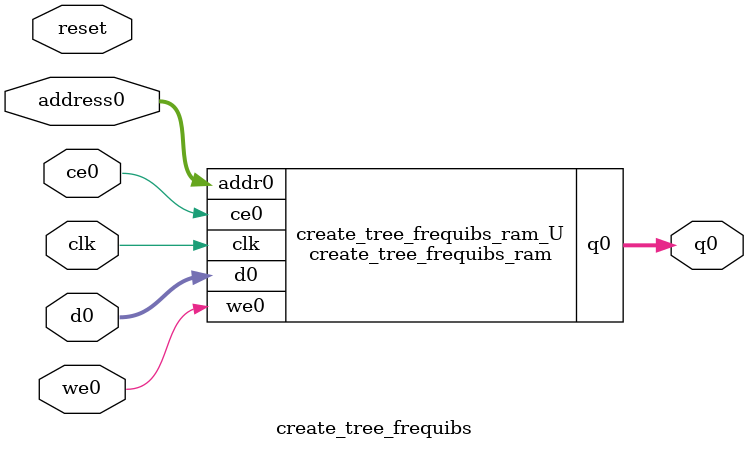
<source format=v>
`timescale 1 ns / 1 ps
module create_tree_frequibs_ram (addr0, ce0, d0, we0, q0,  clk);

parameter DWIDTH = 32;
parameter AWIDTH = 8;
parameter MEM_SIZE = 255;

input[AWIDTH-1:0] addr0;
input ce0;
input[DWIDTH-1:0] d0;
input we0;
output reg[DWIDTH-1:0] q0;
input clk;

(* ram_style = "block" *)reg [DWIDTH-1:0] ram[0:MEM_SIZE-1];




always @(posedge clk)  
begin 
    if (ce0) begin
        if (we0) 
            ram[addr0] <= d0; 
        q0 <= ram[addr0];
    end
end


endmodule

`timescale 1 ns / 1 ps
module create_tree_frequibs(
    reset,
    clk,
    address0,
    ce0,
    we0,
    d0,
    q0);

parameter DataWidth = 32'd32;
parameter AddressRange = 32'd255;
parameter AddressWidth = 32'd8;
input reset;
input clk;
input[AddressWidth - 1:0] address0;
input ce0;
input we0;
input[DataWidth - 1:0] d0;
output[DataWidth - 1:0] q0;



create_tree_frequibs_ram create_tree_frequibs_ram_U(
    .clk( clk ),
    .addr0( address0 ),
    .ce0( ce0 ),
    .we0( we0 ),
    .d0( d0 ),
    .q0( q0 ));

endmodule


</source>
